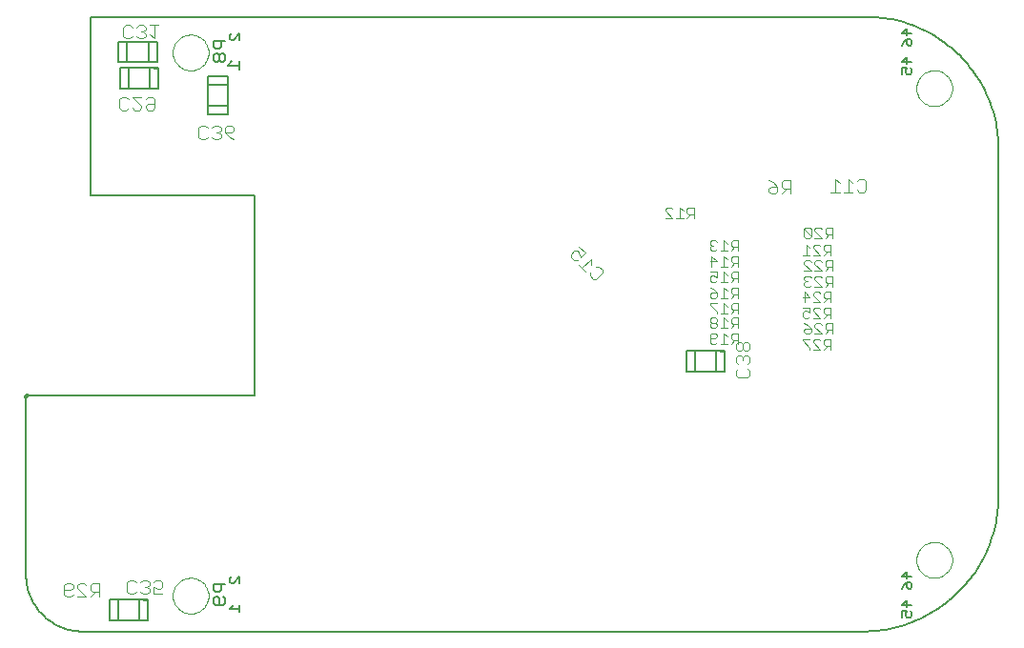
<source format=gbo>
G75*
%MOIN*%
%OFA0B0*%
%FSLAX24Y24*%
%IPPOS*%
%LPD*%
%AMOC8*
5,1,8,0,0,1.08239X$1,22.5*
%
%ADD10C,0.0120*%
%ADD11C,0.0080*%
%ADD12C,0.0040*%
%ADD13C,0.0000*%
%ADD14C,0.0060*%
%ADD15C,0.0030*%
D10*
X003450Y008700D02*
X003452Y008713D01*
X003457Y008725D01*
X003465Y008735D01*
X003475Y008743D01*
X003487Y008748D01*
X003500Y008750D01*
D11*
X003450Y008750D02*
X003450Y002469D01*
X003452Y002383D01*
X003457Y002297D01*
X003467Y002212D01*
X003480Y002127D01*
X003497Y002043D01*
X003517Y001959D01*
X003541Y001877D01*
X003569Y001796D01*
X003600Y001715D01*
X003634Y001637D01*
X003672Y001560D01*
X003714Y001485D01*
X003758Y001411D01*
X003806Y001340D01*
X003857Y001270D01*
X003911Y001203D01*
X003967Y001139D01*
X004027Y001077D01*
X004089Y001017D01*
X004153Y000961D01*
X004220Y000907D01*
X004290Y000856D01*
X004361Y000808D01*
X004434Y000764D01*
X004510Y000722D01*
X004587Y000684D01*
X004665Y000650D01*
X004746Y000619D01*
X004827Y000591D01*
X004909Y000567D01*
X004993Y000547D01*
X005077Y000530D01*
X005162Y000517D01*
X005247Y000507D01*
X005333Y000502D01*
X005419Y000500D01*
X032700Y000500D01*
X032836Y000502D01*
X032971Y000508D01*
X033106Y000517D01*
X033241Y000531D01*
X033376Y000548D01*
X033510Y000570D01*
X033643Y000595D01*
X033776Y000623D01*
X033908Y000656D01*
X034038Y000692D01*
X034168Y000732D01*
X034296Y000776D01*
X034423Y000824D01*
X034549Y000875D01*
X034673Y000929D01*
X034796Y000987D01*
X034917Y001049D01*
X035036Y001114D01*
X035153Y001182D01*
X035268Y001254D01*
X035381Y001329D01*
X035492Y001407D01*
X035601Y001488D01*
X035707Y001573D01*
X035811Y001660D01*
X035912Y001750D01*
X036010Y001844D01*
X036106Y001940D01*
X036200Y002038D01*
X036290Y002139D01*
X036377Y002243D01*
X036462Y002349D01*
X036543Y002458D01*
X036621Y002569D01*
X036696Y002682D01*
X036768Y002797D01*
X036836Y002914D01*
X036901Y003033D01*
X036963Y003154D01*
X037021Y003277D01*
X037075Y003401D01*
X037126Y003527D01*
X037174Y003654D01*
X037218Y003782D01*
X037258Y003912D01*
X037294Y004042D01*
X037327Y004174D01*
X037355Y004307D01*
X037380Y004440D01*
X037402Y004574D01*
X037419Y004709D01*
X037433Y004844D01*
X037442Y004979D01*
X037448Y005114D01*
X037450Y005250D01*
X037450Y017350D01*
X037448Y017485D01*
X037442Y017620D01*
X037432Y017755D01*
X037419Y017890D01*
X037401Y018024D01*
X037379Y018157D01*
X037354Y018290D01*
X037325Y018422D01*
X037292Y018554D01*
X037255Y018684D01*
X037214Y018813D01*
X037170Y018940D01*
X037121Y019067D01*
X037070Y019192D01*
X037014Y019315D01*
X036955Y019437D01*
X036893Y019557D01*
X036827Y019675D01*
X036758Y019791D01*
X036685Y019905D01*
X036609Y020017D01*
X036530Y020127D01*
X036448Y020234D01*
X036362Y020339D01*
X036274Y020441D01*
X036182Y020541D01*
X036088Y020638D01*
X035991Y020732D01*
X035891Y020824D01*
X035789Y020912D01*
X035684Y020998D01*
X035577Y021080D01*
X035467Y021159D01*
X035355Y021235D01*
X035241Y021308D01*
X035125Y021377D01*
X035007Y021443D01*
X034887Y021505D01*
X034765Y021564D01*
X034642Y021620D01*
X034517Y021671D01*
X034390Y021720D01*
X034263Y021764D01*
X034134Y021805D01*
X034004Y021842D01*
X033872Y021875D01*
X033740Y021904D01*
X033607Y021929D01*
X033474Y021951D01*
X033340Y021969D01*
X033205Y021982D01*
X033070Y021992D01*
X032935Y021998D01*
X032800Y022000D01*
X005700Y022000D01*
X005700Y015750D01*
X011450Y015750D01*
X011450Y008750D01*
X003500Y008750D01*
X009990Y002170D02*
X009990Y001960D01*
X010060Y001890D01*
X010200Y001890D01*
X010270Y001960D01*
X010270Y002170D01*
X010410Y002170D02*
X009990Y002170D01*
X010060Y001710D02*
X010130Y001710D01*
X010200Y001640D01*
X010200Y001430D01*
X010340Y001430D02*
X010060Y001430D01*
X009990Y001500D01*
X009990Y001640D01*
X010060Y001710D01*
X010340Y001710D02*
X010410Y001640D01*
X010410Y001500D01*
X010340Y001430D01*
X010910Y020160D02*
X010910Y020440D01*
X010910Y020300D02*
X010490Y020300D01*
X010630Y020440D01*
X010410Y020500D02*
X010410Y020640D01*
X010340Y020710D01*
X010270Y020710D01*
X010200Y020640D01*
X010200Y020500D01*
X010270Y020430D01*
X010340Y020430D01*
X010410Y020500D01*
X010200Y020500D02*
X010130Y020430D01*
X010060Y020430D01*
X009990Y020500D01*
X009990Y020640D01*
X010060Y020710D01*
X010130Y020710D01*
X010200Y020640D01*
X010200Y020890D02*
X010270Y020960D01*
X010270Y021170D01*
X010410Y021170D02*
X009990Y021170D01*
X009990Y020960D01*
X010060Y020890D01*
X010200Y020890D01*
D12*
X022504Y013696D02*
X022504Y013588D01*
X022613Y013479D01*
X022721Y013479D01*
X022830Y013588D02*
X022776Y013750D01*
X022721Y013805D01*
X022613Y013805D01*
X022504Y013696D01*
X022830Y013588D02*
X022993Y013750D01*
X022776Y013967D01*
X023210Y013533D02*
X022884Y013208D01*
X022776Y013316D02*
X022993Y013099D01*
X023155Y013045D02*
X023155Y012937D01*
X023264Y012828D01*
X023372Y012828D01*
X023590Y013045D01*
X023590Y013154D01*
X023481Y013262D01*
X023372Y013262D01*
X023210Y013316D02*
X023210Y013533D01*
X029413Y015897D02*
X029489Y015820D01*
X029643Y015820D01*
X029720Y015897D01*
X029720Y016050D01*
X029489Y016050D01*
X029413Y015973D01*
X029413Y015897D01*
X029566Y016204D02*
X029720Y016050D01*
X029873Y016050D02*
X029950Y015973D01*
X030180Y015973D01*
X030180Y015820D02*
X030180Y016280D01*
X029950Y016280D01*
X029873Y016204D01*
X029873Y016050D01*
X030027Y015973D02*
X029873Y015820D01*
X029566Y016204D02*
X029413Y016280D01*
X031583Y015870D02*
X031890Y015870D01*
X031737Y015870D02*
X031737Y016330D01*
X031890Y016177D01*
X032197Y016330D02*
X032197Y015870D01*
X032044Y015870D02*
X032351Y015870D01*
X032504Y015947D02*
X032581Y015870D01*
X032734Y015870D01*
X032811Y015947D01*
X032811Y016254D01*
X032734Y016330D01*
X032581Y016330D01*
X032504Y016254D01*
X032351Y016177D02*
X032197Y016330D01*
X006011Y002180D02*
X006011Y001720D01*
X006011Y001873D02*
X005781Y001873D01*
X005704Y001950D01*
X005704Y002104D01*
X005781Y002180D01*
X006011Y002180D01*
X005858Y001873D02*
X005704Y001720D01*
X005551Y001720D02*
X005244Y002027D01*
X005244Y002104D01*
X005321Y002180D01*
X005474Y002180D01*
X005551Y002104D01*
X005090Y002104D02*
X005090Y002027D01*
X005014Y001950D01*
X004783Y001950D01*
X004783Y001797D02*
X004783Y002104D01*
X004860Y002180D01*
X005014Y002180D01*
X005090Y002104D01*
X005090Y001797D02*
X005014Y001720D01*
X004860Y001720D01*
X004783Y001797D01*
X005244Y001720D02*
X005551Y001720D01*
D13*
X008575Y001750D02*
X008577Y001800D01*
X008583Y001849D01*
X008593Y001898D01*
X008606Y001945D01*
X008624Y001992D01*
X008645Y002037D01*
X008669Y002080D01*
X008697Y002121D01*
X008728Y002160D01*
X008762Y002196D01*
X008799Y002230D01*
X008839Y002260D01*
X008880Y002287D01*
X008924Y002311D01*
X008969Y002331D01*
X009016Y002347D01*
X009064Y002360D01*
X009113Y002369D01*
X009163Y002374D01*
X009212Y002375D01*
X009262Y002372D01*
X009311Y002365D01*
X009360Y002354D01*
X009407Y002340D01*
X009453Y002321D01*
X009498Y002299D01*
X009541Y002274D01*
X009581Y002245D01*
X009619Y002213D01*
X009655Y002179D01*
X009688Y002141D01*
X009717Y002101D01*
X009743Y002059D01*
X009766Y002015D01*
X009785Y001969D01*
X009801Y001922D01*
X009813Y001873D01*
X009821Y001824D01*
X009825Y001775D01*
X009825Y001725D01*
X009821Y001676D01*
X009813Y001627D01*
X009801Y001578D01*
X009785Y001531D01*
X009766Y001485D01*
X009743Y001441D01*
X009717Y001399D01*
X009688Y001359D01*
X009655Y001321D01*
X009619Y001287D01*
X009581Y001255D01*
X009541Y001226D01*
X009498Y001201D01*
X009453Y001179D01*
X009407Y001160D01*
X009360Y001146D01*
X009311Y001135D01*
X009262Y001128D01*
X009212Y001125D01*
X009163Y001126D01*
X009113Y001131D01*
X009064Y001140D01*
X009016Y001153D01*
X008969Y001169D01*
X008924Y001189D01*
X008880Y001213D01*
X008839Y001240D01*
X008799Y001270D01*
X008762Y001304D01*
X008728Y001340D01*
X008697Y001379D01*
X008669Y001420D01*
X008645Y001463D01*
X008624Y001508D01*
X008606Y001555D01*
X008593Y001602D01*
X008583Y001651D01*
X008577Y001700D01*
X008575Y001750D01*
X034575Y003000D02*
X034577Y003050D01*
X034583Y003099D01*
X034593Y003148D01*
X034606Y003195D01*
X034624Y003242D01*
X034645Y003287D01*
X034669Y003330D01*
X034697Y003371D01*
X034728Y003410D01*
X034762Y003446D01*
X034799Y003480D01*
X034839Y003510D01*
X034880Y003537D01*
X034924Y003561D01*
X034969Y003581D01*
X035016Y003597D01*
X035064Y003610D01*
X035113Y003619D01*
X035163Y003624D01*
X035212Y003625D01*
X035262Y003622D01*
X035311Y003615D01*
X035360Y003604D01*
X035407Y003590D01*
X035453Y003571D01*
X035498Y003549D01*
X035541Y003524D01*
X035581Y003495D01*
X035619Y003463D01*
X035655Y003429D01*
X035688Y003391D01*
X035717Y003351D01*
X035743Y003309D01*
X035766Y003265D01*
X035785Y003219D01*
X035801Y003172D01*
X035813Y003123D01*
X035821Y003074D01*
X035825Y003025D01*
X035825Y002975D01*
X035821Y002926D01*
X035813Y002877D01*
X035801Y002828D01*
X035785Y002781D01*
X035766Y002735D01*
X035743Y002691D01*
X035717Y002649D01*
X035688Y002609D01*
X035655Y002571D01*
X035619Y002537D01*
X035581Y002505D01*
X035541Y002476D01*
X035498Y002451D01*
X035453Y002429D01*
X035407Y002410D01*
X035360Y002396D01*
X035311Y002385D01*
X035262Y002378D01*
X035212Y002375D01*
X035163Y002376D01*
X035113Y002381D01*
X035064Y002390D01*
X035016Y002403D01*
X034969Y002419D01*
X034924Y002439D01*
X034880Y002463D01*
X034839Y002490D01*
X034799Y002520D01*
X034762Y002554D01*
X034728Y002590D01*
X034697Y002629D01*
X034669Y002670D01*
X034645Y002713D01*
X034624Y002758D01*
X034606Y002805D01*
X034593Y002852D01*
X034583Y002901D01*
X034577Y002950D01*
X034575Y003000D01*
X034575Y019500D02*
X034577Y019550D01*
X034583Y019599D01*
X034593Y019648D01*
X034606Y019695D01*
X034624Y019742D01*
X034645Y019787D01*
X034669Y019830D01*
X034697Y019871D01*
X034728Y019910D01*
X034762Y019946D01*
X034799Y019980D01*
X034839Y020010D01*
X034880Y020037D01*
X034924Y020061D01*
X034969Y020081D01*
X035016Y020097D01*
X035064Y020110D01*
X035113Y020119D01*
X035163Y020124D01*
X035212Y020125D01*
X035262Y020122D01*
X035311Y020115D01*
X035360Y020104D01*
X035407Y020090D01*
X035453Y020071D01*
X035498Y020049D01*
X035541Y020024D01*
X035581Y019995D01*
X035619Y019963D01*
X035655Y019929D01*
X035688Y019891D01*
X035717Y019851D01*
X035743Y019809D01*
X035766Y019765D01*
X035785Y019719D01*
X035801Y019672D01*
X035813Y019623D01*
X035821Y019574D01*
X035825Y019525D01*
X035825Y019475D01*
X035821Y019426D01*
X035813Y019377D01*
X035801Y019328D01*
X035785Y019281D01*
X035766Y019235D01*
X035743Y019191D01*
X035717Y019149D01*
X035688Y019109D01*
X035655Y019071D01*
X035619Y019037D01*
X035581Y019005D01*
X035541Y018976D01*
X035498Y018951D01*
X035453Y018929D01*
X035407Y018910D01*
X035360Y018896D01*
X035311Y018885D01*
X035262Y018878D01*
X035212Y018875D01*
X035163Y018876D01*
X035113Y018881D01*
X035064Y018890D01*
X035016Y018903D01*
X034969Y018919D01*
X034924Y018939D01*
X034880Y018963D01*
X034839Y018990D01*
X034799Y019020D01*
X034762Y019054D01*
X034728Y019090D01*
X034697Y019129D01*
X034669Y019170D01*
X034645Y019213D01*
X034624Y019258D01*
X034606Y019305D01*
X034593Y019352D01*
X034583Y019401D01*
X034577Y019450D01*
X034575Y019500D01*
X008575Y020750D02*
X008577Y020800D01*
X008583Y020849D01*
X008593Y020898D01*
X008606Y020945D01*
X008624Y020992D01*
X008645Y021037D01*
X008669Y021080D01*
X008697Y021121D01*
X008728Y021160D01*
X008762Y021196D01*
X008799Y021230D01*
X008839Y021260D01*
X008880Y021287D01*
X008924Y021311D01*
X008969Y021331D01*
X009016Y021347D01*
X009064Y021360D01*
X009113Y021369D01*
X009163Y021374D01*
X009212Y021375D01*
X009262Y021372D01*
X009311Y021365D01*
X009360Y021354D01*
X009407Y021340D01*
X009453Y021321D01*
X009498Y021299D01*
X009541Y021274D01*
X009581Y021245D01*
X009619Y021213D01*
X009655Y021179D01*
X009688Y021141D01*
X009717Y021101D01*
X009743Y021059D01*
X009766Y021015D01*
X009785Y020969D01*
X009801Y020922D01*
X009813Y020873D01*
X009821Y020824D01*
X009825Y020775D01*
X009825Y020725D01*
X009821Y020676D01*
X009813Y020627D01*
X009801Y020578D01*
X009785Y020531D01*
X009766Y020485D01*
X009743Y020441D01*
X009717Y020399D01*
X009688Y020359D01*
X009655Y020321D01*
X009619Y020287D01*
X009581Y020255D01*
X009541Y020226D01*
X009498Y020201D01*
X009453Y020179D01*
X009407Y020160D01*
X009360Y020146D01*
X009311Y020135D01*
X009262Y020128D01*
X009212Y020125D01*
X009163Y020126D01*
X009113Y020131D01*
X009064Y020140D01*
X009016Y020153D01*
X008969Y020169D01*
X008924Y020189D01*
X008880Y020213D01*
X008839Y020240D01*
X008799Y020270D01*
X008762Y020304D01*
X008728Y020340D01*
X008697Y020379D01*
X008669Y020420D01*
X008645Y020463D01*
X008624Y020508D01*
X008606Y020555D01*
X008593Y020602D01*
X008583Y020651D01*
X008577Y020700D01*
X008575Y020750D01*
D14*
X008023Y020414D02*
X008023Y021124D01*
X008023Y021134D01*
X006983Y021134D01*
X006683Y021134D01*
X006683Y020414D01*
X006983Y020414D01*
X007723Y020414D01*
X008023Y020414D01*
X008064Y020209D02*
X008064Y020199D01*
X008064Y019489D01*
X007764Y019489D01*
X007024Y019489D01*
X006724Y019489D01*
X006724Y020209D01*
X007024Y020209D01*
X008064Y020209D01*
X008064Y020199D02*
X007764Y020209D01*
X007764Y019489D01*
X007634Y019489D02*
X007154Y019489D01*
X007024Y019489D02*
X007024Y020209D01*
X007154Y020209D02*
X007634Y020209D01*
X007593Y020414D02*
X007113Y020414D01*
X006983Y020414D02*
X006983Y021134D01*
X007113Y021134D02*
X007593Y021134D01*
X007723Y021134D02*
X008023Y021124D01*
X007723Y021134D02*
X007723Y020414D01*
X009790Y019920D02*
X009790Y019620D01*
X009790Y018880D01*
X009790Y018580D01*
X010500Y018580D01*
X010510Y018580D01*
X010510Y019620D01*
X010510Y019920D01*
X009790Y019920D01*
X009790Y019620D02*
X010510Y019620D01*
X010510Y019490D02*
X010510Y019010D01*
X010510Y018880D02*
X010500Y018580D01*
X010510Y018880D02*
X009790Y018880D01*
X009790Y019010D02*
X009790Y019490D01*
X010636Y021177D02*
X010580Y021234D01*
X010580Y021347D01*
X010636Y021404D01*
X010636Y021177D02*
X010693Y021177D01*
X010920Y021404D01*
X010920Y021177D01*
X026530Y010310D02*
X026530Y009590D01*
X026830Y009590D01*
X027570Y009590D01*
X027870Y009590D01*
X027870Y010300D01*
X027870Y010310D01*
X026830Y010310D01*
X026530Y010310D01*
X026830Y010310D02*
X026830Y009590D01*
X026960Y009590D02*
X027440Y009590D01*
X027570Y009590D02*
X027570Y010310D01*
X027870Y010300D01*
X027440Y010310D02*
X026960Y010310D01*
X034250Y002588D02*
X034250Y002361D01*
X034250Y002220D02*
X034250Y002050D01*
X034307Y001993D01*
X034363Y001993D01*
X034420Y002050D01*
X034420Y002163D01*
X034363Y002220D01*
X034250Y002220D01*
X034136Y002107D01*
X034080Y001993D01*
X034080Y002418D02*
X034250Y002588D01*
X034420Y002418D02*
X034080Y002418D01*
X034250Y001588D02*
X034250Y001361D01*
X034250Y001220D02*
X034193Y001107D01*
X034193Y001050D01*
X034250Y000993D01*
X034363Y000993D01*
X034420Y001050D01*
X034420Y001163D01*
X034363Y001220D01*
X034250Y001220D02*
X034080Y001220D01*
X034080Y000993D01*
X034080Y001418D02*
X034250Y001588D01*
X034420Y001418D02*
X034080Y001418D01*
X010920Y001404D02*
X010920Y001177D01*
X010920Y001291D02*
X010580Y001291D01*
X010693Y001404D01*
X010693Y002177D02*
X010636Y002177D01*
X010580Y002234D01*
X010580Y002347D01*
X010636Y002404D01*
X010693Y002177D02*
X010920Y002404D01*
X010920Y002177D01*
X007720Y001610D02*
X007720Y001600D01*
X007720Y000890D01*
X007420Y000890D01*
X006680Y000890D01*
X006380Y000890D01*
X006380Y001610D01*
X006680Y001610D01*
X007720Y001610D01*
X007720Y001600D02*
X007420Y001610D01*
X007420Y000890D01*
X007290Y000890D02*
X006810Y000890D01*
X006680Y000890D02*
X006680Y001610D01*
X006810Y001610D02*
X007290Y001610D01*
X034080Y019993D02*
X034080Y020220D01*
X034250Y020220D01*
X034193Y020107D01*
X034193Y020050D01*
X034250Y019993D01*
X034363Y019993D01*
X034420Y020050D01*
X034420Y020163D01*
X034363Y020220D01*
X034250Y020361D02*
X034250Y020588D01*
X034080Y020418D01*
X034420Y020418D01*
X034363Y020993D02*
X034307Y020993D01*
X034250Y021050D01*
X034250Y021220D01*
X034363Y021220D01*
X034420Y021163D01*
X034420Y021050D01*
X034363Y020993D01*
X034250Y021220D02*
X034136Y021107D01*
X034080Y020993D01*
X034250Y021361D02*
X034250Y021588D01*
X034080Y021418D01*
X034420Y021418D01*
D15*
X026790Y015335D02*
X026605Y015335D01*
X026543Y015274D01*
X026543Y015150D01*
X026605Y015088D01*
X026790Y015088D01*
X026790Y014965D02*
X026790Y015335D01*
X026667Y015088D02*
X026543Y014965D01*
X026422Y014965D02*
X026175Y014965D01*
X026053Y014965D02*
X025806Y015212D01*
X025806Y015274D01*
X025868Y015335D01*
X025992Y015335D01*
X026053Y015274D01*
X026298Y015335D02*
X026298Y014965D01*
X026053Y014965D02*
X025806Y014965D01*
X026298Y015335D02*
X026422Y015212D01*
X027418Y014185D02*
X027356Y014124D01*
X027356Y014062D01*
X027418Y014000D01*
X027356Y013938D01*
X027356Y013877D01*
X027418Y013815D01*
X027542Y013815D01*
X027603Y013877D01*
X027725Y013815D02*
X027972Y013815D01*
X028093Y013815D02*
X028217Y013938D01*
X028155Y013938D02*
X028340Y013938D01*
X028340Y013815D02*
X028340Y014185D01*
X028155Y014185D01*
X028093Y014124D01*
X028093Y014000D01*
X028155Y013938D01*
X027972Y014062D02*
X027848Y014185D01*
X027848Y013815D01*
X027848Y013635D02*
X027848Y013265D01*
X027725Y013265D02*
X027972Y013265D01*
X028093Y013265D02*
X028217Y013388D01*
X028155Y013388D02*
X028340Y013388D01*
X028340Y013265D02*
X028340Y013635D01*
X028155Y013635D01*
X028093Y013574D01*
X028093Y013450D01*
X028155Y013388D01*
X027972Y013512D02*
X027848Y013635D01*
X027603Y013450D02*
X027356Y013450D01*
X027418Y013265D02*
X027418Y013635D01*
X027603Y013450D01*
X027603Y013085D02*
X027603Y012900D01*
X027480Y012962D01*
X027418Y012962D01*
X027356Y012900D01*
X027356Y012777D01*
X027418Y012715D01*
X027542Y012715D01*
X027603Y012777D01*
X027725Y012715D02*
X027972Y012715D01*
X028093Y012715D02*
X028217Y012838D01*
X028155Y012838D02*
X028340Y012838D01*
X028340Y012715D02*
X028340Y013085D01*
X028155Y013085D01*
X028093Y013024D01*
X028093Y012900D01*
X028155Y012838D01*
X027972Y012962D02*
X027848Y013085D01*
X027848Y012715D01*
X027848Y012535D02*
X027848Y012165D01*
X027725Y012165D02*
X027972Y012165D01*
X028093Y012165D02*
X028217Y012288D01*
X028155Y012288D02*
X028340Y012288D01*
X028340Y012165D02*
X028340Y012535D01*
X028155Y012535D01*
X028093Y012474D01*
X028093Y012350D01*
X028155Y012288D01*
X027972Y012412D02*
X027848Y012535D01*
X027603Y012350D02*
X027418Y012350D01*
X027356Y012288D01*
X027356Y012227D01*
X027418Y012165D01*
X027542Y012165D01*
X027603Y012227D01*
X027603Y012350D01*
X027480Y012474D01*
X027356Y012535D01*
X027356Y011985D02*
X027356Y011924D01*
X027603Y011677D01*
X027603Y011615D01*
X027725Y011615D02*
X027972Y011615D01*
X028093Y011615D02*
X028217Y011738D01*
X028155Y011738D02*
X028340Y011738D01*
X028340Y011615D02*
X028340Y011985D01*
X028155Y011985D01*
X028093Y011924D01*
X028093Y011800D01*
X028155Y011738D01*
X027972Y011862D02*
X027848Y011985D01*
X027848Y011615D01*
X027848Y011485D02*
X027848Y011115D01*
X027725Y011115D02*
X027972Y011115D01*
X028093Y011115D02*
X028217Y011238D01*
X028155Y011238D02*
X028340Y011238D01*
X028340Y011115D02*
X028340Y011485D01*
X028155Y011485D01*
X028093Y011424D01*
X028093Y011300D01*
X028155Y011238D01*
X027972Y011362D02*
X027848Y011485D01*
X027603Y011424D02*
X027603Y011362D01*
X027542Y011300D01*
X027418Y011300D01*
X027356Y011238D01*
X027356Y011177D01*
X027418Y011115D01*
X027542Y011115D01*
X027603Y011177D01*
X027603Y011238D01*
X027542Y011300D01*
X027418Y011300D02*
X027356Y011362D01*
X027356Y011424D01*
X027418Y011485D01*
X027542Y011485D01*
X027603Y011424D01*
X027542Y010935D02*
X027603Y010874D01*
X027603Y010812D01*
X027542Y010750D01*
X027356Y010750D01*
X027356Y010627D02*
X027356Y010874D01*
X027418Y010935D01*
X027542Y010935D01*
X027848Y010935D02*
X027972Y010812D01*
X028093Y010874D02*
X028093Y010750D01*
X028155Y010688D01*
X028340Y010688D01*
X028343Y010619D02*
X028265Y010541D01*
X028265Y010384D01*
X028343Y010306D01*
X028422Y010306D01*
X028500Y010384D01*
X028500Y010541D01*
X028422Y010619D01*
X028343Y010619D01*
X028340Y010565D02*
X028340Y010935D01*
X028155Y010935D01*
X028093Y010874D01*
X028217Y010688D02*
X028093Y010565D01*
X027972Y010565D02*
X027725Y010565D01*
X027848Y010565D02*
X027848Y010935D01*
X027603Y010627D02*
X027542Y010565D01*
X027418Y010565D01*
X027356Y010627D01*
X028265Y010081D02*
X028343Y010159D01*
X028422Y010159D01*
X028500Y010081D01*
X028500Y010002D01*
X028500Y010081D02*
X028579Y010159D01*
X028657Y010159D01*
X028735Y010081D01*
X028735Y009924D01*
X028657Y009845D01*
X028657Y009699D02*
X028735Y009620D01*
X028735Y009463D01*
X028657Y009385D01*
X028343Y009385D01*
X028265Y009463D01*
X028265Y009620D01*
X028343Y009699D01*
X028343Y009845D02*
X028265Y009924D01*
X028265Y010081D01*
X028500Y010384D02*
X028579Y010306D01*
X028657Y010306D01*
X028735Y010384D01*
X028735Y010541D01*
X028657Y010619D01*
X028579Y010619D01*
X028500Y010541D01*
X030601Y010674D02*
X030848Y010427D01*
X030848Y010365D01*
X030970Y010365D02*
X031217Y010365D01*
X030970Y010612D01*
X030970Y010674D01*
X031032Y010735D01*
X031155Y010735D01*
X031217Y010674D01*
X031338Y010674D02*
X031338Y010550D01*
X031400Y010488D01*
X031585Y010488D01*
X031585Y010365D02*
X031585Y010735D01*
X031400Y010735D01*
X031338Y010674D01*
X031462Y010488D02*
X031338Y010365D01*
X030848Y010735D02*
X030601Y010735D01*
X030601Y010674D01*
X030713Y010915D02*
X030651Y010977D01*
X030651Y011038D01*
X030713Y011100D01*
X030898Y011100D01*
X030898Y010977D01*
X030837Y010915D01*
X030713Y010915D01*
X030898Y011100D02*
X030775Y011224D01*
X030651Y011285D01*
X030663Y011465D02*
X030787Y011465D01*
X030848Y011527D01*
X030848Y011650D02*
X030725Y011712D01*
X030663Y011712D01*
X030601Y011650D01*
X030601Y011527D01*
X030663Y011465D01*
X030848Y011650D02*
X030848Y011835D01*
X030601Y011835D01*
X030663Y012015D02*
X030663Y012385D01*
X030848Y012200D01*
X030601Y012200D01*
X030970Y012262D02*
X030970Y012324D01*
X031032Y012385D01*
X031155Y012385D01*
X031217Y012324D01*
X031338Y012324D02*
X031338Y012200D01*
X031400Y012138D01*
X031585Y012138D01*
X031585Y012015D02*
X031585Y012385D01*
X031400Y012385D01*
X031338Y012324D01*
X031462Y012138D02*
X031338Y012015D01*
X031217Y012015D02*
X030970Y012262D01*
X030970Y012015D02*
X031217Y012015D01*
X031155Y011835D02*
X031217Y011774D01*
X031155Y011835D02*
X031032Y011835D01*
X030970Y011774D01*
X030970Y011712D01*
X031217Y011465D01*
X030970Y011465D01*
X031082Y011285D02*
X031020Y011224D01*
X031020Y011162D01*
X031267Y010915D01*
X031020Y010915D01*
X031388Y010915D02*
X031512Y011038D01*
X031450Y011038D02*
X031635Y011038D01*
X031635Y010915D02*
X031635Y011285D01*
X031450Y011285D01*
X031388Y011224D01*
X031388Y011100D01*
X031450Y011038D01*
X031267Y011224D02*
X031205Y011285D01*
X031082Y011285D01*
X031338Y011465D02*
X031462Y011588D01*
X031400Y011588D02*
X031585Y011588D01*
X031585Y011465D02*
X031585Y011835D01*
X031400Y011835D01*
X031338Y011774D01*
X031338Y011650D01*
X031400Y011588D01*
X031388Y012565D02*
X031512Y012688D01*
X031450Y012688D02*
X031635Y012688D01*
X031635Y012565D02*
X031635Y012935D01*
X031450Y012935D01*
X031388Y012874D01*
X031388Y012750D01*
X031450Y012688D01*
X031267Y012565D02*
X031020Y012812D01*
X031020Y012874D01*
X031082Y012935D01*
X031205Y012935D01*
X031267Y012874D01*
X031267Y013115D02*
X031020Y013115D01*
X030898Y013115D02*
X030651Y013362D01*
X030651Y013424D01*
X030713Y013485D01*
X030837Y013485D01*
X030898Y013424D01*
X031020Y013424D02*
X031082Y013485D01*
X031205Y013485D01*
X031267Y013424D01*
X031388Y013424D02*
X031388Y013300D01*
X031450Y013238D01*
X031635Y013238D01*
X031635Y013115D02*
X031635Y013485D01*
X031450Y013485D01*
X031388Y013424D01*
X031512Y013238D02*
X031388Y013115D01*
X031267Y013115D02*
X031020Y013362D01*
X031020Y013424D01*
X030970Y013665D02*
X031217Y013665D01*
X030970Y013912D01*
X030970Y013974D01*
X031032Y014035D01*
X031155Y014035D01*
X031217Y013974D01*
X031338Y013974D02*
X031338Y013850D01*
X031400Y013788D01*
X031585Y013788D01*
X031585Y013665D02*
X031585Y014035D01*
X031400Y014035D01*
X031338Y013974D01*
X031462Y013788D02*
X031338Y013665D01*
X030848Y013665D02*
X030601Y013665D01*
X030725Y013665D02*
X030725Y014035D01*
X030848Y013912D01*
X030837Y014265D02*
X030898Y014327D01*
X030651Y014574D01*
X030651Y014327D01*
X030713Y014265D01*
X030837Y014265D01*
X030898Y014327D02*
X030898Y014574D01*
X030837Y014635D01*
X030713Y014635D01*
X030651Y014574D01*
X031020Y014574D02*
X031082Y014635D01*
X031205Y014635D01*
X031267Y014574D01*
X031388Y014574D02*
X031388Y014450D01*
X031450Y014388D01*
X031635Y014388D01*
X031635Y014265D02*
X031635Y014635D01*
X031450Y014635D01*
X031388Y014574D01*
X031512Y014388D02*
X031388Y014265D01*
X031267Y014265D02*
X031020Y014512D01*
X031020Y014574D01*
X031020Y014265D02*
X031267Y014265D01*
X030898Y013115D02*
X030651Y013115D01*
X030713Y012935D02*
X030651Y012874D01*
X030651Y012812D01*
X030713Y012750D01*
X030651Y012688D01*
X030651Y012627D01*
X030713Y012565D01*
X030837Y012565D01*
X030898Y012627D01*
X031020Y012565D02*
X031267Y012565D01*
X030898Y012874D02*
X030837Y012935D01*
X030713Y012935D01*
X030713Y012750D02*
X030775Y012750D01*
X027603Y013085D02*
X027356Y013085D01*
X027418Y014000D02*
X027480Y014000D01*
X027603Y014124D02*
X027542Y014185D01*
X027418Y014185D01*
X027356Y011985D02*
X027603Y011985D01*
X010719Y017715D02*
X010563Y017793D01*
X010406Y017950D01*
X010641Y017950D01*
X010719Y018028D01*
X010719Y018107D01*
X010641Y018185D01*
X010484Y018185D01*
X010406Y018107D01*
X010406Y017950D01*
X010259Y018028D02*
X010259Y018107D01*
X010181Y018185D01*
X010024Y018185D01*
X009945Y018107D01*
X009799Y018107D02*
X009720Y018185D01*
X009563Y018185D01*
X009485Y018107D01*
X009485Y017793D01*
X009563Y017715D01*
X009720Y017715D01*
X009799Y017793D01*
X009945Y017793D02*
X010024Y017715D01*
X010181Y017715D01*
X010259Y017793D01*
X010259Y017871D01*
X010181Y017950D01*
X010259Y018028D01*
X010181Y017950D02*
X010102Y017950D01*
X007944Y018804D02*
X007944Y019118D01*
X007866Y019196D01*
X007709Y019196D01*
X007631Y019118D01*
X007484Y019196D02*
X007170Y019196D01*
X007484Y018883D01*
X007484Y018804D01*
X007406Y018726D01*
X007249Y018726D01*
X007170Y018804D01*
X007024Y018804D02*
X006945Y018726D01*
X006788Y018726D01*
X006710Y018804D01*
X006710Y019118D01*
X006788Y019196D01*
X006945Y019196D01*
X007024Y019118D01*
X007631Y018883D02*
X007631Y018804D01*
X007709Y018726D01*
X007866Y018726D01*
X007944Y018804D01*
X007944Y018961D02*
X007709Y018961D01*
X007631Y018883D01*
X007546Y021238D02*
X007624Y021317D01*
X007624Y021395D01*
X007546Y021474D01*
X007624Y021552D01*
X007624Y021630D01*
X007546Y021709D01*
X007389Y021709D01*
X007310Y021630D01*
X007164Y021630D02*
X007085Y021709D01*
X006928Y021709D01*
X006850Y021630D01*
X006850Y021317D01*
X006928Y021238D01*
X007085Y021238D01*
X007164Y021317D01*
X007310Y021317D02*
X007389Y021238D01*
X007546Y021238D01*
X007546Y021474D02*
X007467Y021474D01*
X007771Y021395D02*
X007928Y021238D01*
X007928Y021709D01*
X008084Y021709D02*
X007771Y021709D01*
X007681Y002285D02*
X007524Y002285D01*
X007445Y002207D01*
X007299Y002207D02*
X007220Y002285D01*
X007063Y002285D01*
X006985Y002207D01*
X006985Y001893D01*
X007063Y001815D01*
X007220Y001815D01*
X007299Y001893D01*
X007445Y001893D02*
X007524Y001815D01*
X007681Y001815D01*
X007759Y001893D01*
X007759Y001971D01*
X007681Y002050D01*
X007759Y002128D01*
X007759Y002207D01*
X007681Y002285D01*
X007681Y002050D02*
X007602Y002050D01*
X007906Y002050D02*
X008063Y001971D01*
X008141Y001971D01*
X008219Y002050D01*
X008219Y002207D01*
X008141Y002285D01*
X007984Y002285D01*
X007906Y002207D01*
X007906Y002050D02*
X007906Y001815D01*
X008219Y001815D01*
M02*

</source>
